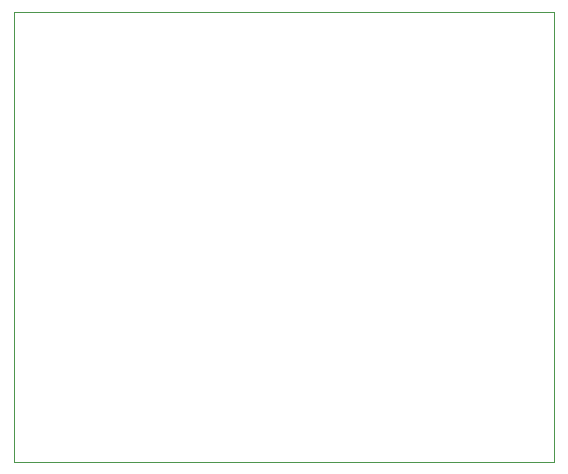
<source format=gbr>
G04 (created by PCBNEW (2013-07-07 BZR 4022)-stable) date 2/25/2014 3:14:01 PM*
%MOIN*%
G04 Gerber Fmt 3.4, Leading zero omitted, Abs format*
%FSLAX34Y34*%
G01*
G70*
G90*
G04 APERTURE LIST*
%ADD10C,0.00590551*%
%ADD11C,0.00393701*%
G04 APERTURE END LIST*
G54D10*
G54D11*
X41500Y-20500D02*
X59500Y-20500D01*
X41500Y-35500D02*
X41500Y-20500D01*
X59500Y-35500D02*
X41500Y-35500D01*
X59500Y-20500D02*
X59500Y-35500D01*
M02*

</source>
